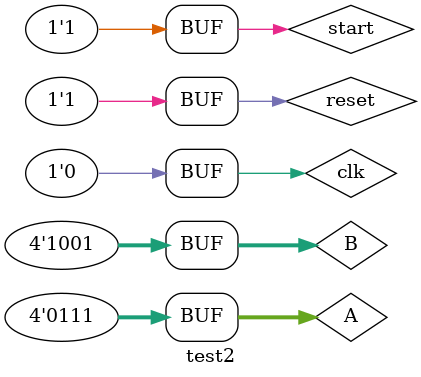
<source format=v>
`timescale 1ns / 1ps


module test2();
reg [3:0] A;
reg [3:0] B;
wire [15:0]C;
wire done;
reg reset, start,clk;
wire erroren;


TOP UUT (.A(A),.B(B),.done(done), .start(start),.reset(reset),.clk(clk), .C(C), .erroren(erroren));




initial begin

A = 2;
B = 1;

#1 clk=0;
reset = 0;
start =0;

#10 clk = !clk;
start  =1;
reset =1;

#10 clk = !clk;
reset = 0;

#10 clk = !clk;
#10 clk = !clk;
#10 clk = !clk;
#10 clk = !clk;



#10 clk = !clk;
#10 clk = !clk;



A = 4;
B = 4;

#10 clk = !clk;
#10 clk = !clk;

#10 clk = !clk;
#10 clk = !clk;
#10 clk = !clk;
#10 clk = !clk;
A = 3;
B = 5;


#10 clk = !clk;
#10 clk = !clk;
#10 clk = !clk;
#10 clk = !clk;


#10 clk = !clk;
#10 clk = !clk;
A = 0;
B = 3;
#10 clk = !clk;
#10 clk = !clk;
#10 clk = !clk;
#10 clk = !clk;


#10 clk = !clk;
#10 clk = !clk;
A = 15;
B = 8;
#10 clk = !clk;
#10 clk = !clk;
#10 clk = !clk;
#10 clk = !clk;
#10 clk = !clk;
#10 clk = !clk;
A = 2;
B = 2;

#10 clk = !clk;
#10 clk = !clk;
#10 clk = !clk;
#10 clk = !clk;
#10 clk = !clk;
#10 clk = !clk;

A = 8;
B = 1;

#10 clk = !clk;
#10 clk = !clk;
#10 clk = !clk;
#10 clk = !clk;
#10 clk = !clk;
#10 clk = !clk;
#10 clk = !clk;
#10 clk = !clk;

A = 7;
B = 9;
#10 clk = !clk;
#10 clk = !clk;
#10 clk = !clk;
#10 clk = !clk;
#10 clk = !clk;
#10 clk = !clk;
#10 clk = !clk;
#10 clk = !clk;
reset =1;
#10 clk = !clk;
#10 clk = !clk;
#10 clk = !clk;
#10 clk = !clk;


end
endmodule
</source>
